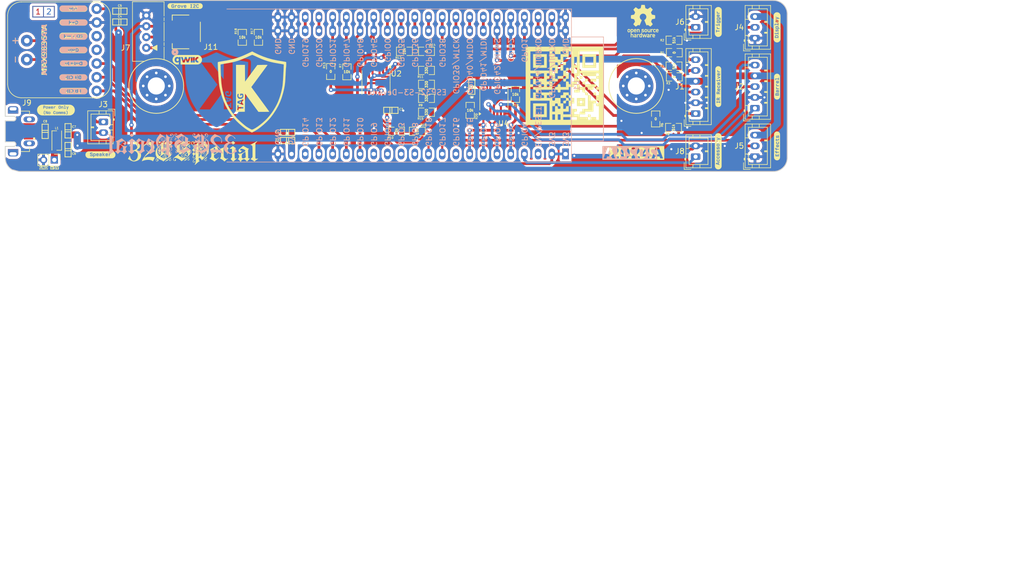
<source format=kicad_pcb>
(kicad_pcb
	(version 20241229)
	(generator "pcbnew")
	(generator_version "9.0")
	(general
		(thickness 1.6)
		(legacy_teardrops no)
	)
	(paper "USLetter")
	(title_block
		(title "KTag 2024A \"32ESPecial\"")
		(date "2025-01-25")
		(rev "2")
		(company "Club K")
		(comment 1 "Dubuque               Iowa               United States of America")
		(comment 2 "Copyright © 2024-2025 Joseph P. Kearney and the KTag developers. ")
		(comment 3 "License: CERN-OHL-S-2.0")
	)
	(layers
		(0 "F.Cu" signal)
		(2 "B.Cu" signal)
		(9 "F.Adhes" user "F.Adhesive")
		(11 "B.Adhes" user "B.Adhesive")
		(13 "F.Paste" user)
		(15 "B.Paste" user)
		(5 "F.SilkS" user "F.Silkscreen")
		(7 "B.SilkS" user "B.Silkscreen")
		(1 "F.Mask" user)
		(3 "B.Mask" user)
		(17 "Dwgs.User" user "User.Drawings")
		(19 "Cmts.User" user "User.Comments")
		(21 "Eco1.User" user "User.Eco1")
		(23 "Eco2.User" user "User.Eco2")
		(25 "Edge.Cuts" user)
		(27 "Margin" user)
		(31 "F.CrtYd" user "F.Courtyard")
		(29 "B.CrtYd" user "B.Courtyard")
		(35 "F.Fab" user)
		(33 "B.Fab" user)
	)
	(setup
		(stackup
			(layer "F.SilkS"
				(type "Top Silk Screen")
				(color "White")
			)
			(layer "F.Paste"
				(type "Top Solder Paste")
			)
			(layer "F.Mask"
				(type "Top Solder Mask")
				(color "#333333DD")
				(thickness 0.01)
			)
			(layer "F.Cu"
				(type "copper")
				(thickness 0.035)
			)
			(layer "dielectric 1"
				(type "core")
				(color "FR4 natural")
				(thickness 1.51)
				(material "FR4")
				(epsilon_r 4.5)
				(loss_tangent 0.02)
			)
			(layer "B.Cu"
				(type "copper")
				(thickness 0.035)
			)
			(layer "B.Mask"
				(type "Bottom Solder Mask")
				(color "#333333DD")
				(thickness 0.01)
			)
			(layer "B.Paste"
				(type "Bottom Solder Paste")
			)
			(layer "B.SilkS"
				(type "Bottom Silk Screen")
				(color "White")
			)
			(copper_finish "HAL SnPb")
			(dielectric_constraints no)
		)
		(pad_to_mask_clearance 0)
		(allow_soldermask_bridges_in_footprints no)
		(tenting front back)
		(pcbplotparams
			(layerselection 0x00000000_00000000_55555555_5755f5ff)
			(plot_on_all_layers_selection 0x00000000_00000000_00000000_00000000)
			(disableapertmacros no)
			(usegerberextensions no)
			(usegerberattributes yes)
			(usegerberadvancedattributes yes)
			(creategerberjobfile yes)
			(dashed_line_dash_ratio 12.000000)
			(dashed_line_gap_ratio 3.000000)
			(svgprecision 4)
			(plotframeref no)
			(mode 1)
			(useauxorigin no)
			(hpglpennumber 1)
			(hpglpenspeed 20)
			(hpglpendiameter 15.000000)
			(pdf_front_fp_property_popups yes)
			(pdf_back_fp_property_popups yes)
			(pdf_metadata yes)
			(pdf_single_document no)
			(dxfpolygonmode yes)
			(dxfimperialunits yes)
			(dxfusepcbnewfont yes)
			(psnegative no)
			(psa4output no)
			(plot_black_and_white yes)
			(plotinvisibletext no)
			(sketchpadsonfab no)
			(plotpadnumbers no)
			(hidednponfab no)
			(sketchdnponfab yes)
			(crossoutdnponfab yes)
			(subtractmaskfromsilk no)
			(outputformat 1)
			(mirror no)
			(drillshape 1)
			(scaleselection 1)
			(outputdirectory "")
		)
	)
	(net 0 "")
	(net 1 "unconnected-(U1-GPIO8{slash}ADC1_CH7-Pad12)")
	(net 2 "unconnected-(U1-CHIP_PU-Pad3)")
	(net 3 "Net-(J2-Pin_5)")
	(net 4 "unconnected-(U1-GPIO16{slash}ADC2_CH5{slash}32K_N-Pad9)")
	(net 5 "unconnected-(U1-GPIO9{slash}ADC1_CH8-Pad15)")
	(net 6 "unconnected-(U1-GPIO3{slash}ADC1_CH2-Pad13)")
	(net 7 "unconnected-(U1-GPIO46-Pad14)")
	(net 8 "unconnected-(U1-GPIO0-Pad31)")
	(net 9 "unconnected-(U1-GPIO14{slash}ADC2_CH3-Pad20)")
	(net 10 "GND")
	(net 11 "+5V")
	(net 12 "Net-(J1-Pin_1)")
	(net 13 "Net-(J1-Pin_3)")
	(net 14 "unconnected-(U1-GPIO19{slash}USB_D--Pad25)")
	(net 15 "unconnected-(U1-GPIO20{slash}USB_D+-Pad26)")
	(net 16 "Net-(J1-Pin_5)")
	(net 17 "unconnected-(U1-GPIO35-Pad32)")
	(net 18 "unconnected-(U1-GPIO36-Pad33)")
	(net 19 "unconnected-(U1-GPIO37-Pad34)")
	(net 20 "Net-(J1-Pin_6)")
	(net 21 "unconnected-(U1-GPIO39{slash}MTCK-Pad36)")
	(net 22 "unconnected-(U1-GPIO41{slash}MTDI-Pad38)")
	(net 23 "unconnected-(U1-GPIO44{slash}U0RXD-Pad42)")
	(net 24 "unconnected-(U1-GPIO43{slash}U0TXD-Pad43)")
	(net 25 "Net-(J2-Pin_1)")
	(net 26 "Net-(J2-Pin_3)")
	(net 27 "~{IR_Tx_Left_Enable}")
	(net 28 "/User Interface/Speaker+")
	(net 29 "Net-(J5-Pin_2)")
	(net 30 "/User Interface/Speaker-")
	(net 31 "Trigger")
	(net 32 "SCL")
	(net 33 "SDA")
	(net 34 "+3V3")
	(net 35 "Accessory")
	(net 36 "IR_Rx_Left")
	(net 37 "IR_Rx_Right")
	(net 38 "Net-(R5-Pad2)")
	(net 39 "IR_Rx_Forward")
	(net 40 "Net-(R11-Pad2)")
	(net 41 "Net-(R9-Pad2)")
	(net 42 "unconnected-(U1-GPIO40{slash}MTDO-Pad37)")
	(net 43 "Net-(R15-Pad2)")
	(net 44 "unconnected-(U3-SD{slash}MODE-Pad3)")
	(net 45 "I2S_Data")
	(net 46 "I2S_BCLK")
	(net 47 "I2S_LRCLK")
	(net 48 "unconnected-(U3-Gain-Pad4)")
	(net 49 "~{NeoPixel_Effects_Enable}")
	(net 50 "unconnected-(U1-GPIO44{slash}U0RXD-Pad42)_0")
	(net 51 "unconnected-(U1-GPIO36-Pad33)_0")
	(net 52 "NeoPixel_Out_GPIO48")
	(net 53 "unconnected-(U1-GPIO41{slash}MTDI-Pad38)_0")
	(net 54 "unconnected-(U1-GPIO0-Pad31)_0")
	(net 55 "unconnected-(U1-GPIO37-Pad34)_0")
	(net 56 "unconnected-(U1-GPIO39{slash}MTCK-Pad36)_0")
	(net 57 "unconnected-(U1-GPIO19{slash}USB_D--Pad25)_0")
	(net 58 "unconnected-(U1-GPIO43{slash}U0TXD-Pad43)_0")
	(net 59 "unconnected-(U1-GPIO35-Pad32)_0")
	(net 60 "unconnected-(U1-GPIO40{slash}MTDO-Pad37)_0")
	(net 61 "NeoPixel_Out")
	(net 62 "unconnected-(U1-GPIO20{slash}USB_D+-Pad26)_0")
	(net 63 "NeoPixel_Out_GPIO38")
	(net 64 "~{NeoPixel_Receiver_Enable}")
	(net 65 "~{NeoPixel_Display_Enable}")
	(net 66 "~{NeoPixel_Barrel_Enable}")
	(net 67 "Net-(J9-VBUS)")
	(net 68 "Net-(J4-Pin_2)")
	(net 69 "unconnected-(J9-D+-Pad3)")
	(net 70 "unconnected-(J9-D--Pad2)")
	(net 71 "unconnected-(J9-ID-Pad4)")
	(net 72 "~{IR_Tx_Right_Enable}")
	(net 73 "IR_Tx")
	(net 74 "unconnected-(U4-Pad11)")
	(net 75 "unconnected-(U4-Pad8)")
	(footprint "kibuzzard-655D2461" (layer "F.Cu") (at 207.2 83.4 90))
	(footprint "kibuzzard-655D24B2" (layer "F.Cu") (at 207.2 107.4 90))
	(footprint "KTag:Fiducial_Mark" (layer "F.Cu") (at 78 82.4))
	(footprint "KTag:R-0805" (layer "F.Cu") (at 198.9 103 180))
	(footprint "KTag:R-0805" (layer "F.Cu") (at 153.1 88.85))
	(footprint "KTag:R-0805" (layer "F.Cu") (at 169.6 96.85 -90))
	(footprint "Connector_JST:JST_PH_B5B-PH-K_1x05_P2.00mm_Vertical" (layer "F.Cu") (at 214 99.4 90))
	(footprint "Symbol:OSHW-Logo_5.7x6mm_SilkScreen" (layer "F.Cu") (at 193.25 83.25))
	(footprint "KTag:L-0805" (layer "F.Cu") (at 84.55 105.4 -90))
	(footprint "KTag:C_0603" (layer "F.Cu") (at 86.65 107.1 -90))
	(footprint "KTag:R-0805" (layer "F.Cu") (at 138.35 92.65 90))
	(footprint "KTag:R-0805" (layer "F.Cu") (at 153.1 100.15 180))
	(footprint "Connector_JST:JST_PH_B2B-PH-K_1x02_P2.00mm_Vertical" (layer "F.Cu") (at 93.2 101.95 -90))
	(footprint "KTag:R-0805" (layer "F.Cu") (at 199.05 89.1 180))
	(footprint "KTag:Grove_1x04" (layer "F.Cu") (at 101.15 88.2 180))
	(footprint "KTag:C_0603" (layer "F.Cu") (at 86.65 103.6 90))
	(footprint "Connector_JST:JST_PH_B2B-PH-K_1x02_P2.00mm_Vertical" (layer "F.Cu") (at 203 108.4 90))
	(footprint "KTag:C_0603" (layer "F.Cu") (at 161.5 95.5 -90))
	(footprint "KTag:KTag_Website_QR_Code" (layer "F.Cu") (at 178.75 95.25))
	(footprint "KTag:C_0603" (layer "F.Cu") (at 146.5 99.8))
	(footprint "kibuzzard-655D24DE" (layer "F.Cu") (at 207.2 95.4 90))
	(footprint "KTag:32ESPecial_Logo"
		(layer "F.Cu")
		(uuid "62028e25-3a35-42d2-854a-f00b67cb6615")
		(at 109.8 107.7)
		(property "Reference" "Z3"
			(at 0 0 0)
			(layer "F.SilkS")
			(hide yes)
			(uuid "16e22b93-ad0c-481d-b5a9-f968480546ba")
			(effects
				(font
					(size 1.5 1.5)
					(thickness 0.3)
				)
			)
		)
		(property "Value" "32Especial Logo"
			(at 0.75 0 0)
			(layer "F.SilkS")
			(hide yes)
			(uuid "491f06b4-643a-481e-9bfe-4a0436ce7808")
			(effects
				(font
					(size 1.5 1.5)
					(thickness 0.3)
				)
			)
		)
		(property "Datasheet" ""
			(at 0 0 0)
			(unlocked yes)
			(layer "F.Fab")
			(hide yes)
			(uuid "34a4c3a1-f244-44c7-993c-b33c4caedd53")
			(effects
				(font
					(size 1.27 1.27)
					(thickness 0.15)
				)
			)
		)
		(property "Description" ""
			(at 0 0 0)
			(unlocked yes)
			(layer "F.Fab")
			(hide yes)
			(uuid "504730ba-d177-4441-9300-9684405a6038")
			(effects
				(font
					(size 1.27 1.27)
					(thickness 0.15)
				)
			)
		)
		(property "JLCPCB Part #" ""
			(at 0 0 0)
			(layer "F.Fab")
			(hide yes)
			(uuid "4accbf11-6e78-4a45-96e0-5682c6a9f044")
			(effects
				(font
					(size 1 1)
					(thickness 0.15)
				)
			)
		)
		(path "/796b8871-c4b8-4912-95e3-97383c1d90f8")
		(sheetname "Root")
		(sheetfile "2024A.kicad_sch")
		(attr board_only exclude_from_pos_files)
		(fp_poly
			(pts
				(xy 7.639347 -2.037922) (xy 7.750168 -1.942476) (xy 7.82071 -1.869444) (xy 7.8341 -1.845705) (xy 7.797354 -1.805076)
				(xy 7.706974 -1.735281) (xy 7.592749 -1.657266) (xy 7.48447 -1.59198) (xy 7.444828 -1.571975) (xy 7.397469 -1.5946)
				(xy 7.302233 -1.664496) (xy 7.227002 -1.72643) (xy 7.122953 -1.821718) (xy 7.062935 -1.889282) (xy 7.056696 -1.908919)
				(xy 7.106599 -1.94564) (xy 7.206258 -2.018991) (xy 7.26224 -2.060198) (xy 7.444594 -2.19443)
			)
			(stroke
				(width 0)
				(type solid)
			)
			(fill yes)
			(layer "F.SilkS")
			(uuid "a2732704-f942-471d-85b6-5763f0d3ed26")
		)
		(fp_poly
			(pts
				(xy -0.521648 -1.455882) (xy -0.559578 -1.411111) (xy -0.618091 -1.333536) (xy -0.608256 -1.274782)
				(xy -0.56712 -1.224809) (xy -0.504505 -1.135003) (xy -0.48659 -1.080544) (xy -0.52282 -1.017923)
				(xy -0.601696 -0.965519
... [1154824 chars truncated]
</source>
